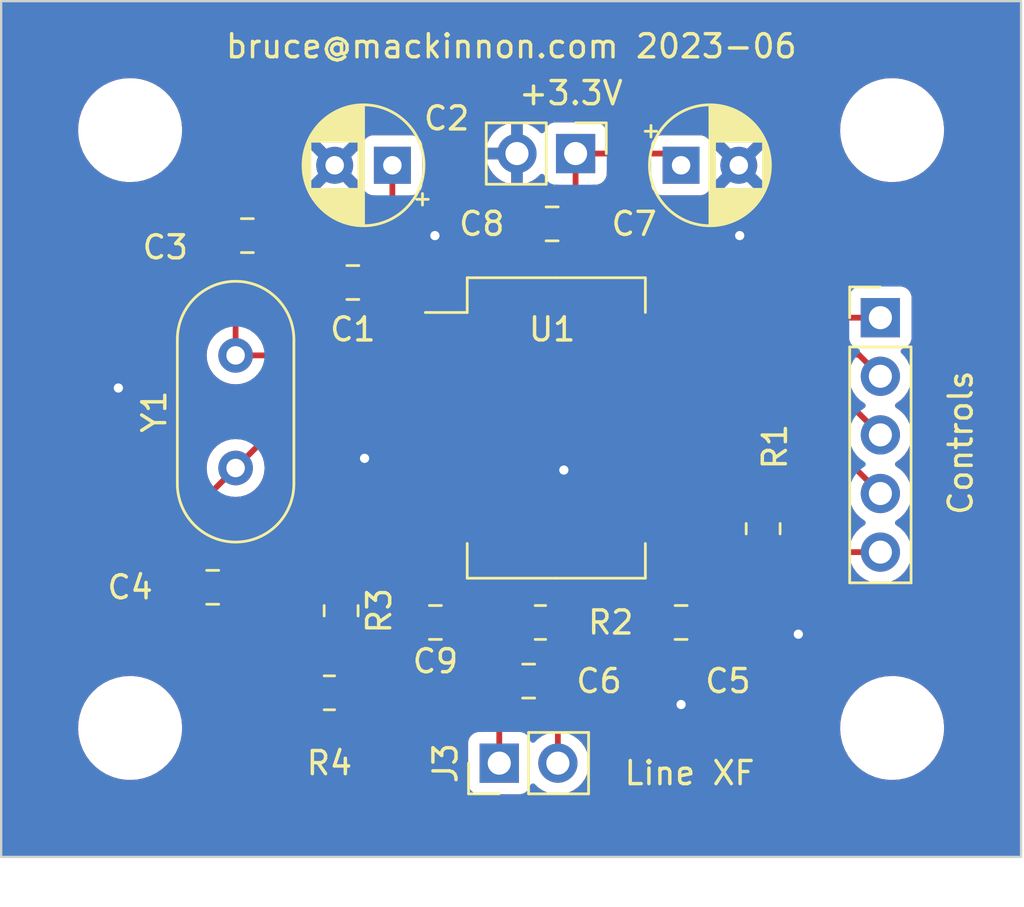
<source format=kicad_pcb>
(kicad_pcb (version 20221018) (generator pcbnew)
  (layers (0 "F.Cu" signal) (31 "B.Cu" signal) (34 "B.Paste" user) (35 "F.Paste" user) (36 "B.SilkS" user "B.Silkscreen") (37 "F.SilkS" user "F.Silkscreen") (38 "B.Mask" user) (39 "F.Mask" user) (44 "Edge.Cuts" user))
  (net 0 "")
  (net 1 "Net-(U1-VDEC)")
  (net 2 "GND")
  (net 3 "Net-(U1-XTALN)")
  (net 4 "Net-(U1-XTAL)")
  (net 5 "Net-(U1-VBIAS)")
  (net 6 "Net-(J3-Pin_1)")
  (net 7 "TXAN")
  (net 8 "Net-(J1-Pin_1)")
  (net 9 "Net-(J1-Pin_2)")
  (net 10 "Net-(J1-Pin_3)")
  (net 11 "Net-(J1-Pin_4)")
  (net 12 "~{IRQ}")
  (net 13 "+3.3V")
  (net 14 "TXA")
  (net 15 "RXAN")
  (net 16 "RXFB")
  (footprint "MountingHole:MountingHole_4mm" (layer "F.Cu") (at 109.728 56.388)
    (fp_text reference "H1" hide)
    (fp_text value "MountingHole")
    (pad "" np_thru_hole circle (at 0 0) (size 4 4) (drill 4) (layers "*.Cu" "*.Mask"))
  )
  (footprint "Resistor_SMD:R_0805_2012Metric_Pad1.20x1.40mm_HandSolder" (layer "F.Cu") (at 118.872 77.216 -90)
    (fp_text reference "R3" (at 0 -1.65 90) (layer "F.SilkS"))
    (fp_text value "100K")
    (fp_line (start -0.227064 -0.735) (end 0.227064 -0.735) (stroke (width 0.12)) (layer "F.SilkS"))
    (fp_line (start -0.227064 0.735) (end 0.227064 0.735) (stroke (width 0.12)) (layer "F.SilkS"))
    (pad "1" smd roundrect (at -1 0 270) (size 1.2 1.4) (layers "F.Cu" "F.Paste" "F.Mask") (roundrect_rratio 0.208333) (net 15 "RXAN"))
    (pad "2" smd roundrect (at 1 0 270) (size 1.2 1.4) (layers "F.Cu" "F.Paste" "F.Mask") (roundrect_rratio 0.208333) (net 16 "RXFB"))
  )
  (footprint "Capacitor_SMD:C_0805_2012Metric_Pad1.18x1.45mm_HandSolder" (layer "F.Cu") (at 114.808 60.96)
    (fp_text reference "C3" (at -3.556 0.508) (layer "F.SilkS"))
    (fp_text value "22pF")
    (fp_line (start -0.261252 -0.735) (end 0.261252 -0.735) (stroke (width 0.12)) (layer "F.SilkS"))
    (fp_line (start -0.261252 0.735) (end 0.261252 0.735) (stroke (width 0.12)) (layer "F.SilkS"))
    (pad "1" smd roundrect (at -1.0375 0) (size 1.175 1.45) (layers "F.Cu" "F.Paste" "F.Mask") (roundrect_rratio 0.212766) (net 3 "Net-(U1-XTALN)"))
    (pad "2" smd roundrect (at 1.0375 0) (size 1.175 1.45) (layers "F.Cu" "F.Paste" "F.Mask") (roundrect_rratio 0.212766) (net 2 "GND"))
  )
  (footprint "MountingHole:MountingHole_4mm" (layer "F.Cu") (at 142.748 56.388)
    (fp_text reference "H4" hide)
    (fp_text value "MountingHole")
    (pad "" np_thru_hole circle (at 0 0) (size 4 4) (drill 4) (layers "*.Cu" "*.Mask"))
  )
  (footprint "Package_SO:SOIC-16W_7.5x12.8mm_P1.27mm" (layer "F.Cu") (at 128.196 69.296)
    (fp_text reference "U1" (at -0.18 -4.272) (layer "F.SilkS"))
    (fp_text value "~")
    (fp_line (start -3.86 -6.51) (end -3.86 -5.005) (stroke (width 0.12)) (layer "F.SilkS"))
    (fp_line (start -3.86 -5.005) (end -5.675 -5.005) (stroke (width 0.12)) (layer "F.SilkS"))
    (fp_line (start -3.86 6.51) (end -3.86 5.005) (stroke (width 0.12)) (layer "F.SilkS"))
    (fp_line (start 0 -6.51) (end -3.86 -6.51) (stroke (width 0.12)) (layer "F.SilkS"))
    (fp_line (start 0 -6.51) (end 3.86 -6.51) (stroke (width 0.12)) (layer "F.SilkS"))
    (fp_line (start 0 6.51) (end -3.86 6.51) (stroke (width 0.12)) (layer "F.SilkS"))
    (fp_line (start 0 6.51) (end 3.86 6.51) (stroke (width 0.12)) (layer "F.SilkS"))
    (fp_line (start 3.86 -6.51) (end 3.86 -5.005) (stroke (width 0.12)) (layer "F.SilkS"))
    (fp_line (start 3.86 6.51) (end 3.86 5.005) (stroke (width 0.12)) (layer "F.SilkS"))
    (pad "1" smd roundrect (at -4.65 -4.445) (size 2.05 0.6) (layers "F.Cu" "F.Paste" "F.Mask") (net 1 "Net-(U1-VDEC)"))
    (pad "2" smd roundrect (at -4.65 -3.175) (size 2.05 0.6) (layers "F.Cu" "F.Paste" "F.Mask") (net 3 "Net-(U1-XTALN)"))
    (pad "3" smd roundrect (at -4.65 -1.905) (size 2.05 0.6) (layers "F.Cu" "F.Paste" "F.Mask") (net 4 "Net-(U1-XTAL)"))
    (pad "4" smd roundrect (at -4.65 -0.635) (size 2.05 0.6) (layers "F.Cu" "F.Paste" "F.Mask") (net 12 "~{IRQ}"))
    (pad "5" smd roundrect (at -4.65 0.635) (size 2.05 0.6) (layers "F.Cu" "F.Paste" "F.Mask") (net 2 "GND"))
    (pad "6" smd roundrect (at -4.65 1.905) (size 2.05 0.6) (layers "F.Cu" "F.Paste" "F.Mask") (net 2 "GND"))
    (pad "7" smd roundrect (at -4.65 3.175) (size 2.05 0.6) (layers "F.Cu" "F.Paste" "F.Mask") (net 15 "RXAN"))
    (pad "8" smd roundrect (at -4.65 4.445) (size 2.05 0.6) (layers "F.Cu" "F.Paste" "F.Mask") (net 16 "RXFB"))
    (pad "9" smd roundrect (at 4.65 4.445) (size 2.05 0.6) (layers "F.Cu" "F.Paste" "F.Mask") (net 5 "Net-(U1-VBIAS)"))
    (pad "10" smd roundrect (at 4.65 3.175) (size 2.05 0.6) (layers "F.Cu" "F.Paste" "F.Mask") (net 7 "TXAN"))
    (pad "11" smd roundrect (at 4.65 1.905) (size 2.05 0.6) (layers "F.Cu" "F.Paste" "F.Mask") (net 14 "TXA"))
    (pad "12" smd roundrect (at 4.65 0.635) (size 2.05 0.6) (layers "F.Cu" "F.Paste" "F.Mask") (net 13 "+3.3V"))
    (pad "13" smd roundrect (at 4.65 -0.635) (size 2.05 0.6) (layers "F.Cu" "F.Paste" "F.Mask") (net 11 "Net-(J1-Pin_4)"))
    (pad "14" smd roundrect (at 4.65 -1.905) (size 2.05 0.6) (layers "F.Cu" "F.Paste" "F.Mask") (net 10 "Net-(J1-Pin_3)"))
    (pad "15" smd roundrect (at 4.65 -3.175) (size 2.05 0.6) (layers "F.Cu" "F.Paste" "F.Mask") (net 9 "Net-(J1-Pin_2)"))
    (pad "16" smd roundrect (at 4.65 -4.445) (size 2.05 0.6) (layers "F.Cu" "F.Paste" "F.Mask") (net 8 "Net-(J1-Pin_1)"))
  )
  (footprint "Connector_PinHeader_2.54mm:PinHeader_1x02_P2.54mm_Vertical" (layer "F.Cu") (at 125.725 83.82 90)
    (fp_text reference "J3" (at 0 -2.33 90) (layer "F.SilkS"))
    (fp_text value "Conn_01x02_Pin")
    (fp_line (start -1.33 -1.33) (end 0 -1.33) (stroke (width 0.12)) (layer "F.SilkS"))
    (fp_line (start -1.33 0) (end -1.33 -1.33) (stroke (width 0.12)) (layer "F.SilkS"))
    (fp_line (start -1.33 1.27) (end -1.33 3.87) (stroke (width 0.12)) (layer "F.SilkS"))
    (fp_line (start -1.33 1.27) (end 1.33 1.27) (stroke (width 0.12)) (layer "F.SilkS"))
    (fp_line (start -1.33 3.87) (end 1.33 3.87) (stroke (width 0.12)) (layer "F.SilkS"))
    (fp_line (start 1.33 1.27) (end 1.33 3.87) (stroke (width 0.12)) (layer "F.SilkS"))
    (pad "1" thru_hole rect (at 0 0 90) (size 1.7 1.7) (drill 1) (layers "*.Cu" "*.Mask") (net 6 "Net-(J3-Pin_1)"))
    (pad "2" thru_hole oval (at 0 2.54 90) (size 1.7 1.7) (drill 1) (layers "*.Cu" "*.Mask") (net 7 "TXAN"))
  )
  (footprint "MountingHole:MountingHole_4mm" (layer "F.Cu") (at 142.748 82.296)
    (fp_text reference "H3" hide)
    (fp_text value "MountingHole")
    (pad "" np_thru_hole circle (at 0 0) (size 4 4) (drill 4) (layers "*.Cu" "*.Mask"))
  )
  (footprint "MountingHole:MountingHole_4mm" (layer "F.Cu") (at 109.728 82.296)
    (fp_text reference "H2" hide)
    (fp_text value "MountingHole")
    (pad "" np_thru_hole circle (at 0 0) (size 4 4) (drill 4) (layers "*.Cu" "*.Mask"))
  )
  (footprint "Capacitor_SMD:C_0805_2012Metric_Pad1.18x1.45mm_HandSolder" (layer "F.Cu") (at 119.38 62.992 180)
    (fp_text reference "C1" (at 0 -2.032) (layer "F.SilkS"))
    (fp_text value "100nF")
    (fp_line (start -0.261252 -0.735) (end 0.261252 -0.735) (stroke (width 0.12)) (layer "F.SilkS"))
    (fp_line (start -0.261252 0.735) (end 0.261252 0.735) (stroke (width 0.12)) (layer "F.SilkS"))
    (pad "1" smd roundrect (at -1.0375 0 180) (size 1.175 1.45) (layers "F.Cu" "F.Paste" "F.Mask") (roundrect_rratio 0.212766) (net 1 "Net-(U1-VDEC)"))
    (pad "2" smd roundrect (at 1.0375 0 180) (size 1.175 1.45) (layers "F.Cu" "F.Paste" "F.Mask") (roundrect_rratio 0.212766) (net 2 "GND"))
  )
  (footprint "Capacitor_THT:CP_Radial_D5.0mm_P2.50mm" (layer "F.Cu") (at 121.093113 57.912 180)
    (fp_text reference "C2" (at -2.350887 2.032 180) (layer "F.SilkS"))
    (fp_text value "10uF")
    (fp_line (start -1.554775 -1.475) (end -1.054775 -1.475) (stroke (width 0.12)) (layer "F.SilkS"))
    (fp_line (start -1.304775 -1.725) (end -1.304775 -1.225) (stroke (width 0.12)) (layer "F.SilkS"))
    (fp_line (start 1.25 -2.58) (end 1.25 2.58) (stroke (width 0.12)) (layer "F.SilkS"))
    (fp_line (start 1.29 -2.58) (end 1.29 2.58) (stroke (width 0.12)) (layer "F.SilkS"))
    (fp_line (start 1.33 -2.579) (end 1.33 2.579) (stroke (width 0.12)) (layer "F.SilkS"))
    (fp_line (start 1.37 -2.578) (end 1.37 2.578) (stroke (width 0.12)) (layer "F.SilkS"))
    (fp_line (start 1.41 -2.576) (end 1.41 2.576) (stroke (width 0.12)) (layer "F.SilkS"))
    (fp_line (start 1.45 -2.573) (end 1.45 2.573) (stroke (width 0.12)) (layer "F.SilkS"))
    (fp_line (start 1.49 -2.569) (end 1.49 -1.04) (stroke (width 0.12)) (layer "F.SilkS"))
    (fp_line (start 1.49 1.04) (end 1.49 2.569) (stroke (width 0.12)) (layer "F.SilkS"))
    (fp_line (start 1.53 -2.565) (end 1.53 -1.04) (stroke (width 0.12)) (layer "F.SilkS"))
    (fp_line (start 1.53 1.04) (end 1.53 2.565) (stroke (width 0.12)) (layer "F.SilkS"))
    (fp_line (start 1.57 -2.561) (end 1.57 -1.04) (stroke (width 0.12)) (layer "F.SilkS"))
    (fp_line (start 1.57 1.04) (end 1.57 2.561) (stroke (width 0.12)) (layer "F.SilkS"))
    (fp_line (start 1.61 -2.556) (end 1.61 -1.04) (stroke (width 0.12)) (layer "F.SilkS"))
    (fp_line (start 1.61 1.04) (end 1.61 2.556) (stroke (width 0.12)) (layer "F.SilkS"))
    (fp_line (start 1.65 -2.55) (end 1.65 -1.04) (stroke (width 0.12)) (layer "F.SilkS"))
    (fp_line (start 1.65 1.04) (end 1.65 2.55) (stroke (width 0.12)) (layer "F.SilkS"))
    (fp_line (start 1.69 -2.543) (end 1.69 -1.04) (stroke (width 0.12)) (layer "F.SilkS"))
    (fp_line (start 1.69 1.04) (end 1.69 2.543) (stroke (width 0.12)) (layer "F.SilkS"))
    (fp_line (start 1.73 -2.536) (end 1.73 -1.04) (stroke (width 0.12)) (layer "F.SilkS"))
    (fp_line (start 1.73 1.04) (end 1.73 2.536) (stroke (width 0.12)) (layer "F.SilkS"))
    (fp_line (start 1.77 -2.528) (end 1.77 -1.04) (stroke (width 0.12)) (layer "F.SilkS"))
    (fp_line (start 1.77 1.04) (end 1.77 2.528) (stroke (width 0.12)) (layer "F.SilkS"))
    (fp_line (start 1.81 -2.52) (end 1.81 -1.04) (stroke (width 0.12)) (layer "F.SilkS"))
    (fp_line (start 1.81 1.04) (end 1.81 2.52) (stroke (width 0.12)) (layer "F.SilkS"))
    (fp_line (start 1.85 -2.511) (end 1.85 -1.04) (stroke (width 0.12)) (layer "F.SilkS"))
    (fp_line (start 1.85 1.04) (end 1.85 2.511) (stroke (width 0.12)) (layer "F.SilkS"))
    (fp_line (start 1.89 -2.501) (end 1.89 -1.04) (stroke (width 0.12)) (layer "F.SilkS"))
    (fp_line (start 1.89 1.04) (end 1.89 2.501) (stroke (width 0.12)) (layer "F.SilkS"))
    (fp_line (start 1.93 -2.491) (end 1.93 -1.04) (stroke (width 0.12)) (layer "F.SilkS"))
    (fp_line (start 1.93 1.04) (end 1.93 2.491) (stroke (width 0.12)) (layer "F.SilkS"))
    (fp_line (start 1.971 -2.48) (end 1.971 -1.04) (stroke (width 0.12)) (layer "F.SilkS"))
    (fp_line (start 1.971 1.04) (end 1.971 2.48) (stroke (width 0.12)) (layer "F.SilkS"))
    (fp_line (start 2.011 -2.468) (end 2.011 -1.04) (stroke (width 0.12)) (layer "F.SilkS"))
    (fp_line (start 2.011 1.04) (end 2.011 2.468) (stroke (width 0.12)) (layer "F.SilkS"))
    (fp_line (start 2.051 -2.455) (end 2.051 -1.04) (stroke (width 0.12)) (layer "F.SilkS"))
    (fp_line (start 2.051 1.04) (end 2.051 2.455) (stroke (width 0.12)) (layer "F.SilkS"))
    (fp_line (start 2.091 -2.442) (end 2.091 -1.04) (stroke (width 0.12)) (layer "F.SilkS"))
    (fp_line (start 2.091 1.04) (end 2.091 2.442) (stroke (width 0.12)) (layer "F.SilkS"))
    (fp_line (start 2.131 -2.428) (end 2.131 -1.04) (stroke (width 0.12)) (layer "F.SilkS"))
    (fp_line (start 2.131 1.04) (end 2.131 2.428) (stroke (width 0.12)) (layer "F.SilkS"))
    (fp_line (start 2.171 -2.414) (end 2.171 -1.04) (stroke (width 0.12)) (layer "F.SilkS"))
    (fp_line (start 2.171 1.04) (end 2.171 2.414) (stroke (width 0.12)) (layer "F.SilkS"))
    (fp_line (start 2.211 -2.398) (end 2.211 -1.04) (stroke (width 0.12)) (layer "F.SilkS"))
    (fp_line (start 2.211 1.04) (end 2.211 2.398) (stroke (width 0.12)) (layer "F.SilkS"))
    (fp_line (start 2.251 -2.382) (end 2.251 -1.04) (stroke (width 0.12)) (layer "F.SilkS"))
    (fp_line (start 2.251 1.04) (end 2.251 2.382) (stroke (width 0.12)) (layer "F.SilkS"))
    (fp_line (start 2.291 -2.365) (end 2.291 -1.04) (stroke (width 0.12)) (layer "F.SilkS"))
    (fp_line (start 2.291 1.04) (end 2.291 2.365) (stroke (width 0.12)) (layer "F.SilkS"))
    (fp_line (start 2.331 -2.348) (end 2.331 -1.04) (stroke (width 0.12)) (layer "F.SilkS"))
    (fp_line (start 2.331 1.04) (end 2.331 2.348) (stroke (width 0.12)) (layer "F.SilkS"))
    (fp_line (start 2.371 -2.329) (end 2.371 -1.04) (stroke (width 0.12)) (layer "F.SilkS"))
    (fp_line (start 2.371 1.04) (end 2.371 2.329) (stroke (width 0.12)) (layer "F.SilkS"))
    (fp_line (start 2.411 -2.31) (end 2.411 -1.04) (stroke (width 0.12)) (layer "F.SilkS"))
    (fp_line (start 2.411 1.04) (end 2.411 2.31) (stroke (width 0.12)) (layer "F.SilkS"))
    (fp_line (start 2.451 -2.29) (end 2.451 -1.04) (stroke (width 0.12)) (layer "F.SilkS"))
    (fp_line (start 2.451 1.04) (end 2.451 2.29) (stroke (width 0.12)) (layer "F.SilkS"))
    (fp_line (start 2.491 -2.268) (end 2.491 -1.04) (stroke (width 0.12)) (layer "F.SilkS"))
    (fp_line (start 2.491 1.04) (end 2.491 2.268) (stroke (width 0.12)) (layer "F.SilkS"))
    (fp_line (start 2.531 -2.247) (end 2.531 -1.04) (stroke (width 0.12)) (layer "F.SilkS"))
    (fp_line (start 2.531 1.04) (end 2.531 2.247) (stroke (width 0.12)) (layer "F.SilkS"))
    (fp_line (start 2.571 -2.224) (end 2.571 -1.04) (stroke (width 0.12)) (layer "F.SilkS"))
    (fp_line (start 2.571 1.04) (end 2.571 2.224) (stroke (width 0.12)) (layer "F.SilkS"))
    (fp_line (start 2.611 -2.2) (end 2.611 -1.04) (stroke (width 0.12)) (layer "F.SilkS"))
    (fp_line (start 2.611 1.04) (end 2.611 2.2) (stroke (width 0.12)) (layer "F.SilkS"))
    (fp_line (start 2.651 -2.175) (end 2.651 -1.04) (stroke (width 0.12)) (layer "F.SilkS"))
    (fp_line (start 2.651 1.04) (end 2.651 2.175) (stroke (width 0.12)) (layer "F.SilkS"))
    (fp_line (start 2.691 -2.149) (end 2.691 -1.04) (stroke (width 0.12)) (layer "F.SilkS"))
    (fp_line (start 2.691 1.04) (end 2.691 2.149) (stroke (width 0.12)) (layer "F.SilkS"))
    (fp_line (start 2.731 -2.122) (end 2.731 -1.04) (stroke (width 0.12)) (layer "F.SilkS"))
    (fp_line (start 2.731 1.04) (end 2.731 2.122) (stroke (width 0.12)) (layer "F.SilkS"))
    (fp_line (start 2.771 -2.095) (end 2.771 -1.04) (stroke (width 0.12)) (layer "F.SilkS"))
    (fp_line (start 2.771 1.04) (end 2.771 2.095) (stroke (width 0.12)) (layer "F.SilkS"))
    (fp_line (start 2.811 -2.065) (end 2.811 -1.04) (stroke (width 0.12)) (layer "F.SilkS"))
    (fp_line (start 2.811 1.04) (end 2.811 2.065) (stroke (width 0.12)) (layer "F.SilkS"))
    (fp_line (start 2.851 -2.035) (end 2.851 -1.04) (stroke (width 0.12)) (layer "F.SilkS"))
    (fp_line (start 2.851 1.04) (end 2.851 2.035) (stroke (width 0.12)) (layer "F.SilkS"))
    (fp_line (start 2.891 -2.004) (end 2.891 -1.04) (stroke (width 0.12)) (layer "F.SilkS"))
    (fp_line (start 2.891 1.04) (end 2.891 2.004) (stroke (width 0.12)) (layer "F.SilkS"))
    (fp_line (start 2.931 -1.971) (end 2.931 -1.04) (stroke (width 0.12)) (layer "F.SilkS"))
    (fp_line (start 2.931 1.04) (end 2.931 1.971) (stroke (width 0.12)) (layer "F.SilkS"))
    (fp_line (start 2.971 -1.937) (end 2.971 -1.04) (stroke (width 0.12)) (layer "F.SilkS"))
    (fp_line (start 2.971 1.04) (end 2.971 1.937) (stroke (width 0.12)) (layer "F.SilkS"))
    (fp_line (start 3.011 -1.901) (end 3.011 -1.04) (stroke (width 0.12)) (layer "F.SilkS"))
    (fp_line (start 3.011 1.04) (end 3.011 1.901) (stroke (width 0.12)) (layer "F.SilkS"))
    (fp_line (start 3.051 -1.864) (end 3.051 -1.04) (stroke (width 0.12)) (layer "F.SilkS"))
    (fp_line (start 3.051 1.04) (end 3.051 1.864) (stroke (width 0.12)) (layer "F.SilkS"))
    (fp_line (start 3.091 -1.826) (end 3.091 -1.04) (stroke (width 0.12)) (layer "F.SilkS"))
    (fp_line (start 3.091 1.04) (end 3.091 1.826) (stroke (width 0.12)) (layer "F.SilkS"))
    (fp_line (start 3.131 -1.785) (end 3.131 -1.04) (stroke (width 0.12)) (layer "F.SilkS"))
    (fp_line (start 3.131 1.04) (end 3.131 1.785) (stroke (width 0.12)) (layer "F.SilkS"))
    (fp_line (start 3.171 -1.743) (end 3.171 -1.04) (stroke (width 0.12)) (layer "F.SilkS"))
    (fp_line (start 3.171 1.04) (end 3.171 1.743) (stroke (width 0.12)) (layer "F.SilkS"))
    (fp_line (start 3.211 -1.699) (end 3.211 -1.04) (stroke (width 0.12)) (layer "F.SilkS"))
    (fp_line (start 3.211 1.04) (end 3.211 1.699) (stroke (width 0.12)) (layer "F.SilkS"))
    (fp_line (start 3.251 -1.653) (end 3.251 -1.04) (stroke (width 0.12)) (layer "F.SilkS"))
    (fp_line (start 3.251 1.04) (end 3.251 1.653) (stroke (width 0.12)) (layer "F.SilkS"))
    (fp_line (start 3.291 -1.605) (end 3.291 -1.04) (stroke (width 0.12)) (layer "F.SilkS"))
    (fp_line (start 3.291 1.04) (end 3.291 1.605) (stroke (width 0.12)) (layer "F.SilkS"))
    (fp_line (start 3.331 -1.554) (end 3.331 -1.04) (stroke (width 0.12)) (layer "F.SilkS"))
    (fp_line (start 3.331 1.04) (end 3.331 1.554) (stroke (width 0.12)) (layer "F.SilkS"))
    (fp_line (start 3.371 -1.5) (end 3.371 -1.04) (stroke (width 0.12)) (layer "F.SilkS"))
    (fp_line (start 3.371 1.04) (end 3.371 1.5) (stroke (width 0.12)) (layer "F.SilkS"))
    (fp_line (start 3.411 -1.443) (end 3.411 -1.04) (stroke (width 0.12)) (layer "F.SilkS"))
    (fp_line (start 3.411 1.04) (end 3.411 1.443) (stroke (width 0.12)) (layer "F.SilkS"))
    (fp_line (start 3.451 -1.383) (end 3.451 -1.04) (stroke (width 0.12)) (layer "F.SilkS"))
    (fp_line (start 3.451 1.04) (end 3.451 1.383) (stroke (width 0.12)) (layer "F.SilkS"))
    (fp_line (start 3.491 -1.319) (end 3.491 -1.04) (stroke (width 0.12)) (layer "F.SilkS"))
    (fp_line (start 3.491 1.04) (end 3.491 1.319) (stroke (width 0.12)) (layer "F.SilkS"))
    (fp_line (start 3.531 -1.251) (end 3.531 -1.04) (stroke (width 0.12)) (layer "F.SilkS"))
    (fp_line (start 3.531 1.04) (end 3.531 1.251) (stroke (width 0.12)) (layer "F.SilkS"))
    (fp_line (start 3.571 -1.178) (end 3.571 1.178) (stroke (width 0.12)) (layer "F.SilkS"))
    (fp_line (start 3.611 -1.098) (end 3.611 1.098) (stroke (width 0.12)) (layer "F.SilkS"))
    (fp_line (start 3.651 -1.011) (end 3.651 1.011) (stroke (width 0.12)) (layer "F.SilkS"))
    (fp_line (start 3.691 -0.915) (end 3.691 0.915) (stroke (width 0.12)) (layer "F.SilkS"))
    (fp_line (start 3.731 -0.805) (end 3.731 0.805) (stroke (width 0.12)) (layer "F.SilkS"))
    (fp_line (start 3.771 -0.677) (end 3.771 0.677) (stroke (width 0.12)) (layer "F.SilkS"))
    (fp_line (start 3.811 -0.518) (end 3.811 0.518) (stroke (width 0.12)) (layer "F.SilkS"))
    (fp_line (start 3.851 -0.284) (end 3.851 0.284) (stroke (width 0.12)) (layer "F.SilkS"))
    (fp_circle (center 1.25 0) (end 3.87 0) (stroke (width 0.12)) (fill none) (layer "F.SilkS"))
    (pad "1" thru_hole rect (at 0 0 180) (size 1.6 1.6) (drill 0.8) (layers "*.Cu" "*.Mask") (net 1 "Net-(U1-VDEC)"))
    (pad "2" thru_hole circle (at 2.5 0 180) (size 1.6 1.6) (drill 0.8) (layers "*.Cu" "*.Mask") (net 2 "GND"))
  )
  (footprint "Capacitor_SMD:C_0805_2012Metric_Pad1.18x1.45mm_HandSolder" (layer "F.Cu") (at 133.604 77.724)
    (fp_text reference "C5" (at 2.032 2.54) (layer "F.SilkS"))
    (fp_text value "100nF")
    (fp_line (start -0.261252 -0.735) (end 0.261252 -0.735) (stroke (width 0.12)) (layer "F.SilkS"))
    (fp_line (start -0.261252 0.735) (end 0.261252 0.735) (stroke (width 0.12)) (layer "F.SilkS"))
    (pad "1" smd roundrect (at -1.0375 0) (size 1.175 1.45) (layers "F.Cu" "F.Paste" "F.Mask") (roundrect_rratio 0.212766) (net 5 "Net-(U1-VBIAS)"))
    (pad "2" smd roundrect (at 1.0375 0) (size 1.175 1.45) (layers "F.Cu" "F.Paste" "F.Mask") (roundrect_rratio 0.212766) (net 2 "GND"))
  )
  (footprint "Connector_PinHeader_2.54mm:PinHeader_1x05_P2.54mm_Vertical" (layer "F.Cu") (at 142.24 64.516)
    (fp_text reference "J1" hide)
    (fp_text value "Conn_01x05_Pin")
    (fp_line (start -1.33 -1.33) (end 0 -1.33) (stroke (width 0.12)) (layer "F.SilkS"))
    (fp_line (start -1.33 0) (end -1.33 -1.33) (stroke (width 0.12)) (layer "F.SilkS"))
    (fp_line (start -1.33 1.27) (end -1.33 11.49) (stroke (width 0.12)) (layer "F.SilkS"))
    (fp_line (start -1.33 1.27) (end 1.33 1.27) (stroke (width 0.12)) (layer "F.SilkS"))
    (fp_line (start -1.33 11.49) (end 1.33 11.49) (stroke (width 0.12)) (layer "F.SilkS"))
    (fp_line (start 1.33 1.27) (end 1.33 11.49) (stroke (width 0.12)) (layer "F.SilkS"))
    (pad "1" thru_hole rect (at 0 0) (size 1.7 1.7) (drill 1) (layers "*.Cu" "*.Mask") (net 8 "Net-(J1-Pin_1)"))
    (pad "2" thru_hole oval (at 0 2.54) (size 1.7 1.7) (drill 1) (layers "*.Cu" "*.Mask") (net 9 "Net-(J1-Pin_2)"))
    (pad "3" thru_hole oval (at 0 5.08) (size 1.7 1.7) (drill 1) (layers "*.Cu" "*.Mask") (net 10 "Net-(J1-Pin_3)"))
    (pad "4" thru_hole oval (at 0 7.62) (size 1.7 1.7) (drill 1) (layers "*.Cu" "*.Mask") (net 11 "Net-(J1-Pin_4)"))
    (pad "5" thru_hole oval (at 0 10.16) (size 1.7 1.7) (drill 1) (layers "*.Cu" "*.Mask") (net 12 "~{IRQ}"))
  )
  (footprint "Resistor_SMD:R_0805_2012Metric_Pad1.20x1.40mm_HandSolder" (layer "F.Cu") (at 118.364 80.772 180)
    (fp_text reference "R4" (at 0 -3.048) (layer "F.SilkS"))
    (fp_text value "100K")
    (fp_line (start -0.227064 -0.735) (end 0.227064 -0.735) (stroke (width 0.12)) (layer "F.SilkS"))
    (fp_line (start -0.227064 0.735) (end 0.227064 0.735) (stroke (width 0.12)) (layer "F.SilkS"))
    (pad "1" smd roundrect (at -1 0 180) (size 1.2 1.4) (layers "F.Cu" "F.Paste" "F.Mask") (roundrect_rratio 0.208333) (net 6 "Net-(J3-Pin_1)"))
    (pad "2" smd roundrect (at 1 0 180) (size 1.2 1.4) (layers "F.Cu" "F.Paste" "F.Mask") (roundrect_rratio 0.208333) (net 15 "RXAN"))
  )
  (footprint "Crystal:Crystal_HC49-U_Vertical" (layer "F.Cu") (at 114.3 71.03 90)
    (fp_text reference "Y1" (at 2.44 -3.525 90) (layer "F.SilkS"))
    (fp_text value "Crystal_Small")
    (fp_line (start -0.685 -2.525) (end 5.565 -2.525) (stroke (width 0.12)) (layer "F.SilkS"))
    (fp_line (start -0.685 2.525) (end 5.565 2.525) (stroke (width 0.12)) (layer "F.SilkS"))
    (fp_arc (start -0.685 2.525) (mid -3.21 0) (end -0.685 -2.525) (stroke (width 0.12)) (layer "F.SilkS"))
    (fp_arc (start 5.565 -2.525) (mid 8.09 0) (end 5.565 2.525) (stroke (width 0.12)) (layer "F.SilkS"))
    (pad "1" thru_hole circle (at 0 0 90) (size 1.5 1.5) (drill 0.8) (layers "*.Cu" "*.Mask") (net 4 "Net-(U1-XTAL)"))
    (pad "2" thru_hole circle (at 4.88 0 90) (size 1.5 1.5) (drill 0.8) (layers "*.Cu" "*.Mask") (net 3 "Net-(U1-XTALN)"))
  )
  (footprint "Connector_PinHeader_2.54mm:PinHeader_1x02_P2.54mm_Vertical" (layer "F.Cu") (at 129.032 57.404 -90)
    (fp_text reference "J2" hide)
    (fp_text value "Conn_01x02_Pin")
    (fp_line (start -1.33 -1.33) (end 0 -1.33) (stroke (width 0.12)) (layer "F.SilkS"))
    (fp_line (start -1.33 0) (end -1.33 -1.33) (stroke (width 0.12)) (layer "F.SilkS"))
    (fp_line (start -1.33 1.27) (end -1.33 3.87) (stroke (width 0.12)) (layer "F.SilkS"))
    (fp_line (start -1.33 1.27) (end 1.33 1.27) (stroke (width 0.12)) (layer "F.SilkS"))
    (fp_line (start -1.33 3.87) (end 1.33 3.87) (stroke (width 0.12)) (layer "F.SilkS"))
    (fp_line (start 1.33 1.27) (end 1.33 3.87) (stroke (width 0.12)) (layer "F.SilkS"))
    (pad "1" thru_hole rect (at 0 0 270) (size 1.7 1.7) (drill 1) (layers "*.Cu" "*.Mask") (net 13 "+3.3V"))
    (pad "2" thru_hole oval (at 0 2.54 270) (size 1.7 1.7) (drill 1) (layers "*.Cu" "*.Mask") (net 2 "GND"))
  )
  (footprint "Capacitor_SMD:C_0805_2012Metric_Pad1.18x1.45mm_HandSolder" (layer "F.Cu") (at 128.016 60.452 180)
    (fp_text reference "C8" (at 3.048 0) (layer "F.SilkS"))
    (fp_text value "100nF")
    (fp_line (start -0.261252 -0.735) (end 0.261252 -0.735) (stroke (width 0.12)) (layer "F.SilkS"))
    (fp_line (start -0.261252 0.735) (end 0.261252 0.735) (stroke (width 0.12)) (layer "F.SilkS"))
    (pad "1" smd roundrect (at -1.0375 0 180) (size 1.175 1.45) (layers "F.Cu" "F.Paste" "F.Mask") (roundrect_rratio 0.212766) (net 13 "+3.3V"))
    (pad "2" smd roundrect (at 1.0375 0 180) (size 1.175 1.45) (layers "F.Cu" "F.Paste" "F.Mask") (roundrect_rratio 0.212766) (net 2 "GND"))
  )
  (footprint "Capacitor_SMD:C_0805_2012Metric_Pad1.18x1.45mm_HandSolder" (layer "F.Cu") (at 122.9575 77.724 180)
    (fp_text reference "C9" (at 0 -1.68) (layer "F.SilkS"))
    (fp_text value "100pF")
    (fp_line (start -0.261252 -0.735) (end 0.261252 -0.735) (stroke (width 0.12)) (layer "F.SilkS"))
    (fp_line (start -0.261252 0.735) (end 0.261252 0.735) (stroke (width 0.12)) (layer "F.SilkS"))
    (pad "1" smd roundrect (at -1.0375 0 180) (size 1.175 1.45) (layers "F.Cu" "F.Paste" "F.Mask") (roundrect_rratio 0.212766) (net 15 "RXAN"))
    (pad "2" smd roundrect (at 1.0375 0 180) (size 1.175 1.45) (layers "F.Cu" "F.Paste" "F.Mask") (roundrect_rratio 0.212766) (net 16 "RXFB"))
  )
  (footprint "Capacitor_SMD:C_0805_2012Metric_Pad1.18x1.45mm_HandSolder" (layer "F.Cu") (at 127 80.264)
    (fp_text reference "C6" (at 3.048 0) (layer "F.SilkS"))
    (fp_text value "33nF")
    (fp_line (start -0.261252 -0.735) (end 0.261252 -0.735) (stroke (width 0.12)) (layer "F.SilkS"))
    (fp_line (start -0.261252 0.735) (end 0.261252 0.735) (stroke (width 0.12)) (layer "F.SilkS"))
    (pad "1" smd roundrect (at -1.0375 0) (size 1.175 1.45) (layers "F.Cu" "F.Paste" "F.Mask") (roundrect_rratio 0.212766) (net 6 "Net-(J3-Pin_1)"))
    (pad "2" smd roundrect (at 1.0375 0) (size 1.175 1.45) (layers "F.Cu" "F.Paste" "F.Mask") (roundrect_rratio 0.212766) (net 7 "TXAN"))
  )
  (footprint "Capacitor_SMD:C_0805_2012Metric_Pad1.18x1.45mm_HandSolder" (layer "F.Cu") (at 113.3055 76.2)
    (fp_text reference "C4" (at -3.5775 0) (layer "F.SilkS"))
    (fp_text value "22pF")
    (fp_line (start -0.261252 -0.735) (end 0.261252 -0.735) (stroke (width 0.12)) (layer "F.SilkS"))
    (fp_line (start -0.261252 0.735) (end 0.261252 0.735) (stroke (width 0.12)) (layer "F.SilkS"))
    (pad "1" smd roundrect (at -1.0375 0) (size 1.175 1.45) (layers "F.Cu" "F.Paste" "F.Mask") (roundrect_rratio 0.212766) (net 4 "Net-(U1-XTAL)"))
    (pad "2" smd roundrect (at 1.0375 0) (size 1.175 1.45) (layers "F.Cu" "F.Paste" "F.Mask") (roundrect_rratio 0.212766) (net 2 "GND"))
  )
  (footprint "Resistor_SMD:R_0805_2012Metric_Pad1.20x1.40mm_HandSolder" (layer "F.Cu") (at 137.16 73.66 -90)
    (fp_text reference "R1" (at -3.556 -0.508 90) (layer "F.SilkS"))
    (fp_text value "68K")
    (fp_line (start -0.227064 -0.735) (end 0.227064 -0.735) (stroke (width 0.12)) (layer "F.SilkS"))
    (fp_line (start -0.227064 0.735) (end 0.227064 0.735) (stroke (width 0.12)) (layer "F.SilkS"))
    (pad "1" smd roundrect (at -1 0 270) (size 1.2 1.4) (layers "F.Cu" "F.Paste" "F.Mask") (roundrect_rratio 0.208333) (net 13 "+3.3V"))
    (pad "2" smd roundrect (at 1 0 270) (size 1.2 1.4) (layers "F.Cu" "F.Paste" "F.Mask") (roundrect_rratio 0.208333) (net 12 "~{IRQ}"))
  )
  (footprint "Capacitor_THT:CP_Radial_D5.0mm_P2.50mm" (layer "F.Cu") (at 133.604 57.912)
    (fp_text reference "C7" (at -2.032 2.54) (layer "F.SilkS"))
    (fp_text value "10uF")
    (fp_line (start -1.554775 -1.475) (end -1.054775 -1.475) (stroke (width 0.12)) (layer "F.SilkS"))
    (fp_line (start -1.304775 -1.725) (end -1.304775 -1.225) (stroke (width 0.12)) (layer "F.SilkS"))
    (fp_line (start 1.25 -2.58) (end 1.25 2.58) (stroke (width 0.12)) (layer "F.SilkS"))
    (fp_line (start 1.29 -2.58) (end 1.29 2.58) (stroke (width 0.12)) (layer "F.SilkS"))
    (fp_line (start 1.33 -2.579) (end 1.33 2.579) (stroke (width 0.12)) (layer "F.SilkS"))
    (fp_line (start 1.37 -2.578) (end 1.37 2.578) (stroke (width 0.12)) (layer "F.SilkS"))
    (fp_line (start 1.41 -2.576) (end 1.41 2.576) (stroke (width 0.12)) (layer "F.SilkS"))
    (fp_line (start 1.45 -2.573) (end 1.45 2.573) (stroke (width 0.12)) (layer "F.SilkS"))
    (fp_line (start 1.49 -2.569) (end 1.49 -1.04) (stroke (width 0.12)) (layer "F.SilkS"))
    (fp_line (start 1.49 1.04) (end 1.49 2.569) (stroke (width 0.12)) (layer "F.SilkS"))
    (fp_line (start 1.53 -2.565) (end 1.53 -1.04) (stroke (width 0.12)) (layer "F.SilkS"))
    (fp_line (start 1.53 1.04) (end 1.53 2.565) (stroke (width 0.12)) (layer "F.SilkS"))
    (fp_line (start 1.57 -2.561) (end 1.57 -1.04) (stroke (width 0.12)) (layer "F.SilkS"))
    (fp_line (start 1.57 1.04) (end 1.57 2.561) (stroke (width 0.12)) (layer "F.SilkS"))
    (fp_line (start 1.61 -2.556) (end 1.61 -1.04) (stroke (width 0.12)) (layer "F.SilkS"))
    (fp_line (start 1.61 1.04) (end 1.61 2.556) (stroke (width 0.12)) (layer "F.SilkS"))
    (fp_line (start 1.65 -2.55) (end 1.65 -1.04) (stroke (width 0.12)) (layer "F.SilkS"))
    (fp_line (start 1.65 1.04) (end 1.65 2.55) (stroke (width 0.12)) (layer "F.SilkS"))
    (fp_line (start 1.69 -2.543) (end 1.69 -1.04) (stroke (width 0.12)) (layer "F.SilkS"))
    (fp_line (start 1.69 1.04) (end 1.69 2.543) (stroke (width 0.12)) (layer "F.SilkS"))
    (fp_line (start 1.73 -2.536) (end 1.73 -1.04) (stroke (width 0.12)) (layer "F.SilkS"))
    (fp_line (start 1.73 1.04) (end 1.73 2.536) (stroke (width 0.12)) (layer "F.SilkS"))
    (fp_line (start 1.77 -2.528) (end 1.77 -1.04) (stroke (width 0.12)) (layer "F.SilkS"))
    (fp_line (start 1.77 1.04) (end 1.77 2.528) (stroke (width 0.12)) (layer "F.SilkS"))
    (fp_line (start 1.81 -2.52) (end 1.81 -1.04) (stroke (width 0.12)) (layer "F.SilkS"))
    (fp_line (start 1.81 1.04) (end 1.81 2.52) (stroke (width 0.12)) (layer "F.SilkS"))
    (fp_line (start 1.85 -2.511) (end 1.85 -1.04) (stroke (width 0.12)) (layer "F.SilkS"))
    (fp_line (start 1.85 1.04) (end 1.85 2.511) (stroke (width 0.12)) (layer "F.SilkS"))
    (fp_line (start 1.89 -2.501) (end 1.89 -1.04) (stroke (width 0.12)) (layer "F.SilkS"))
    (fp_line (start 1.89 1.04) (end 1.89 2.501) (stroke (width 0.12)) (layer "F.SilkS"))
    (fp_line (start 1.93 -2.491) (end 1.93 -1.04) (stroke (width 0.12)) (layer "F.SilkS"))
    (fp_line (start 1.93 1.04) (end 1.93 2.491) (stroke (width 0.12)) (layer "F.SilkS"))
    (fp_line (start 1.971 -2.48) (end 1.971 -1.04) (stroke (width 0.12)) (layer "F.SilkS"))
    (fp_line (start 1.971 1.04) (end 1.971 2.48) (stroke (width 0.12)) (layer "F.SilkS"))
    (fp_line (start 2.011 -2.468) (end 2.011 -1.04) (stroke (width 0.12)) (layer "F.SilkS"))
    (fp_line (start 2.011 1.04) (end 2.011 2.468) (stroke (width 0.12)) (layer "F.SilkS"))
    (fp_line (start 2.051 -2.455) (end 2.051 -1.04) (stroke (width 0.12)) (layer "F.SilkS"))
    (fp_line (start 2.051 1.04) (end 2.051 2.455) (stroke (width 0.12)) (layer "F.SilkS"))
    (fp_line (start 2.091 -2.442) (end 2.091 -1.04) (stroke (width 0.12)) (layer "F.SilkS"))
    (fp_line (start 2.091 1.04) (end 2.091 2.442) (stroke (width 0.12)) (layer "F.SilkS"))
    (fp_line (start 2.131 -2.428) (end 2.131 -1.04) (stroke (width 0.12)) (layer "F.SilkS"))
    (fp_line (start 2.131 1.04) (end 2.131 2.428) (stroke (width 0.12)) (layer "F.SilkS"))
    (fp_line (start 2.171 -2.414) (end 2.171 -1.04) (stroke (width 0.12)) (layer "F.SilkS"))
    (fp_line (start 2.171 1.04) (end 2.171 2.414) (stroke (width 0.12)) (layer "F.SilkS"))
    (fp_line (start 2.211 -2.398) (end 2.211 -1.04) (stroke (width 0.12)) (layer "F.SilkS"))
    (fp_line (start 2.211 1.04) (end 2.211 2.398) (stroke (width 0.12)) (layer "F.SilkS"))
    (fp_line (start 2.251 -2.382) (end 2.251 -1.04) (stroke (width 0.12)) (layer "F.SilkS"))
    (fp_line (start 2.251 1.04) (end 2.251 2.382) (stroke (width 0.12)) (layer "F.SilkS"))
    (fp_line (start 2.291 -2.365) (end 2.291 -1.04) (stroke (width 0.12)) (layer "F.SilkS"))
    (fp_line (start 2.291 1.04) (end 2.291 2.365) (stroke (width 0.12)) (layer "F.SilkS"))
    (fp_line (start 2.331 -2.348) (end 2.331 -1.04) (stroke (width 0.12)) (layer "F.SilkS"))
    (fp_line (start 2.331 1.04) (end 2.331 2.348) (stroke (width 0.12)) (layer "F.SilkS"))
    (fp_line (start 2.371 -2.329) (end 2.371 -1.04) (stroke (width 0.12)) (layer "F.SilkS"))
    (fp_line (start 2.371 1.04) (end 2.371 2.329) (stroke (width 0.12)) (layer "F.SilkS"))
    (fp_line (start 2.411 -2.31) (end 2.411 -1.04) (stroke (width 0.12)) (layer "F.SilkS"))
    (fp_line (start 2.411 1.04) (end 2.411 2.31) (stroke (width 0.12)) (layer "F.SilkS"))
    (fp_line (start 2.451 -2.29) (end 2.451 -1.04) (stroke (width 0.12)) (layer "F.SilkS"))
    (fp_line (start 2.451 1.04) (end 2.451 2.29) (stroke (width 0.12)) (layer "F.SilkS"))
    (fp_line (start 2.491 -2.268) (end 2.491 -1.04) (stroke (width 0.12)) (layer "F.SilkS"))
    (fp_line (start 2.491 1.04) (end 2.491 2.268) (stroke (width 0.12)) (layer "F.SilkS"))
    (fp_line (start 2.531 -2.247) (end 2.531 -1.04) (stroke (width 0.12)) (layer "F.SilkS"))
    (fp_line (start 2.531 1.04) (end 2.531 2.247) (stroke (width 0.12)) (layer "F.SilkS"))
    (fp_line (start 2.571 -2.224) (end 2.571 -1.04) (stroke (width 0.12)) (layer "F.SilkS"))
    (fp_line (start 2.571 1.04) (end 2.571 2.224) (stroke (width 0.12)) (layer "F.SilkS"))
    (fp_line (start 2.611 -2.2) (end 2.611 -1.04) (stroke (width 0.12)) (layer "F.SilkS"))
    (fp_line (start 2.611 1.04) (end 2.611 2.2) (stroke (width 0.12)) (layer "F.SilkS"))
    (fp_line (start 2.651 -2.175) (end 2.651 -1.04) (stroke (width 0.12)) (layer "F.SilkS"))
    (fp_line (start 2.651 1.04) (end 2.651 2.175) (stroke (width 0.12)) (layer "F.SilkS"))
    (fp_line (start 2.691 -2.149) (end 2.691 -1.04) (stroke (width 0.12)) (layer "F.SilkS"))
    (fp_line (start 2.691 1.04) (end 2.691 2.149) (stroke (width 0.12)) (layer "F.SilkS"))
    (fp_line (start 2.731 -2.122) (end 2.731 -1.04) (stroke (width 0.12)) (layer "F.SilkS"))
    (fp_line (start 2.731 1.04) (end 2.731 2.122) (stroke (width 0.12)) (layer "F.SilkS"))
    (fp_line (start 2.771 -2.095) (end 2.771 -1.04) (stroke (width 0.12)) (layer "F.SilkS"))
    (fp_line (start 2.771 1.04) (end 2.771 2.095) (stroke (width 0.12)) (layer "F.SilkS"))
    (fp_line (start 2.811 -2.065) (end 2.811 -1.04) (stroke (width 0.12)) (layer "F.SilkS"))
    (fp_line (start 2.811 1.04) (end 2.811 2.065) (stroke (width 0.12)) (layer "F.SilkS"))
    (fp_line (start 2.851 -2.035) (end 2.851 -1.04) (stroke (width 0.12)) (layer "F.SilkS"))
    (fp_line (start 2.851 1.04) (end 2.851 2.035) (stroke (width 0.12)) (layer "F.SilkS"))
    (fp_line (start 2.891 -2.004) (end 2.891 -1.04) (stroke (width 0.12)) (layer "F.SilkS"))
    (fp_line (start 2.891 1.04) (end 2.891 2.004) (stroke (width 0.12)) (layer "F.SilkS"))
    (fp_line (start 2.931 -1.971) (end 2.931 -1.04) (stroke (width 0.12)) (layer "F.SilkS"))
    (fp_line (start 2.931 1.04) (end 2.931 1.971) (stroke (width 0.12)) (layer "F.SilkS"))
    (fp_line (start 2.971 -1.937) (end 2.971 -1.04) (stroke (width 0.12)) (layer "F.SilkS"))
    (fp_line (start 2.971 1.04) (end 2.971 1.937) (stroke (width 0.12)) (layer "F.SilkS"))
    (fp_line (start 3.011 -1.901) (end 3.011 -1.04) (stroke (width 0.12)) (layer "F.SilkS"))
    (fp_line (start 3.011 1.04) (end 3.011 1.901) (stroke (width 0.12)) (layer "F.SilkS"))
    (fp_line (start 3.051 -1.864) (end 3.051 -1.04) (stroke (width 0.12)) (layer "F.SilkS"))
    (fp_line (start 3.051 1.04) (end 3.051 1.864) (stroke (width 0.12)) (layer "F.SilkS"))
    (fp_line (start 3.091 -1.826) (end 3.091 -1.04) (stroke (width 0.12)) (layer "F.SilkS"))
    (fp_line (start 3.091 1.04) (end 3.091 1.826) (stroke (width 0.12)) (layer "F.SilkS"))
    (fp_line (start 3.131 -1.785) (end 3.131 -1.04) (stroke (width 0.12)) (layer "F.SilkS"))
    (fp_line (start 3.131 1.04) (end 3.131 1.785) (stroke (width 0.12)) (layer "F.SilkS"))
    (fp_line (start 3.171 -1.743) (end 3.171 -1.04) (stroke (width 0.12)) (layer "F.SilkS"))
    (fp_line (start 3.171 1.04) (end 3.171 1.743) (stroke (width 0.12)) (layer "F.SilkS"))
    (fp_line (start 3.211 -1.699) (end 3.211 -1.04) (stroke (width 0.12)) (layer "F.SilkS"))
    (fp_line (start 3.211 1.04) (end 3.211 1.699) (stroke (width 0.12)) (layer "F.SilkS"))
    (fp_line (start 3.251 -1.653) (end 3.251 -1.04) (stroke (width 0.12)) (layer "F.SilkS"))
    (fp_line (start 3.251 1.04) (end 3.251 1.653) (stroke (width 0.12)) (layer "F.SilkS"))
    (fp_line (start 3.291 -1.605) (end 3.291 -1.04) (stroke (width 0.12)) (layer "F.SilkS"))
    (fp_line (start 3.291 1.04) (end 3.291 1.605) (stroke (width 0.12)) (layer "F.SilkS"))
    (fp_line (start 3.331 -1.554) (end 3.331 -1.04) (stroke (width 0.12)) (layer "F.SilkS"))
    (fp_line (start 3.331 1.04) (end 3.331 1.554) (stroke (width 0.12)) (layer "F.SilkS"))
    (fp_line (start 3.371 -1.5) (end 3.371 -1.04) (stroke (width 0.12)) (layer "F.SilkS"))
    (fp_line (start 3.371 1.04) (end 3.371 1.5) (stroke (width 0.12)) (layer "F.SilkS"))
    (fp_line (start 3.411 -1.443) (end 3.411 -1.04) (stroke (width 0.12)) (layer "F.SilkS"))
    (fp_line (start 3.411 1.04) (end 3.411 1.443) (stroke (width 0.12)) (layer "F.SilkS"))
    (fp_line (start 3.451 -1.383) (end 3.451 -1.04) (stroke (width 0.12)) (layer "F.SilkS"))
    (fp_line (start 3.451 1.04) (end 3.451 1.383) (stroke (width 0.12)) (layer "F.SilkS"))
    (fp_line (start 3.491 -1.319) (end 3.491 -1.04) (stroke (width 0.12)) (layer "F.SilkS"))
    (fp_line (start 3.491 1.04) (end 3.491 1.319) (stroke (width 0.12)) (layer "F.SilkS"))
    (fp_line (start 3.531 -1.251) (end 3.531 -1.04) (stroke (width 0.12)) (layer "F.SilkS"))
    (fp_line (start 3.531 1.04) (end 3.531 1.251) (stroke (width 0.12)) (layer "F.SilkS"))
    (fp_line (start 3.571 -1.178) (end 3.571 1.178) (stroke (width 0.12)) (layer "F.SilkS"))
    (fp_line (start 3.611 -1.098) (end 3.611 1.098) (stroke (width 0.12)) (layer "F.SilkS"))
    (fp_line (start 3.651 -1.011) (end 3.651 1.011) (stroke (width 0.12)) (layer "F.SilkS"))
    (fp_line (start 3.691 -0.915) (end 3.691 0.915) (stroke (width 0.12)) (layer "F.SilkS"))
    (fp_line (start 3.731 -0.805) (end 3.731 0.805) (stroke (width 0.12)) (layer "F.SilkS"))
    (fp_line (start 3.771 -0.677) (end 3.771 0.677) (stroke (width 0.12)) (layer "F.SilkS"))
    (fp_line (start 3.811 -0.518) (end 3.811 0.518) (stroke (width 0.12)) (layer "F.SilkS"))
    (fp_line (start 3.851 -0.284) (end 3.851 0.284) (stroke (width 0.12)) (layer "F.SilkS"))
    (fp_circle (center 1.25 0) (end 3.87 0) (stroke (width 0.12)) (fill none) (layer "F.SilkS"))
    (pad "1" thru_hole rect (at 0 0) (size 1.6 1.6) (drill 0.8) (layers "*.Cu" "*.Mask") (net 13 "+3.3V"))
    (pad "2" thru_hole circle (at 2.5 0) (size 1.6 1.6) (drill 0.8) (layers "*.Cu" "*.Mask") (net 2 "GND"))
  )
  (footprint "Resistor_SMD:R_0805_2012Metric_Pad1.20x1.40mm_HandSolder" (layer "F.Cu") (at 127.508 77.724 180)
    (fp_text reference "R2" (at -3.048 0) (layer "F.SilkS"))
    (fp_text value "680")
    (fp_line (start -0.227064 -0.735) (end 0.227064 -0.735) (stroke (width 0.12)) (layer "F.SilkS"))
    (fp_line (start -0.227064 0.735) (end 0.227064 0.735) (stroke (width 0.12)) (layer "F.SilkS"))
    (pad "1" smd roundrect (at -1 0 180) (size 1.2 1.4) (layers "F.Cu" "F.Paste" "F.Mask") (roundrect_rratio 0.208333) (net 14 "TXA"))
    (pad "2" smd roundrect (at 1 0 180) (size 1.2 1.4) (layers "F.Cu" "F.Paste" "F.Mask") (roundrect_rratio 0.208333) (net 6 "Net-(J3-Pin_1)"))
  )
  (gr_rect (start 104.14 50.8) (end 148.336 87.884) (stroke (width 0.1)) (fill none) (layer "Edge.Cuts"))
  (gr_text "Line XF" (at 131.064 84.836) (layer "F.SilkS") (effects (font (size 1 1)) (justify left bottom)))
  (gr_text "bruce@mackinnon.com 2023-06" (at 113.792 53.34) (layer "F.SilkS") (effects (font (size 1 1)) (justify left bottom)))
  (gr_text "+3.3V" (at 126.492 55.372) (layer "F.SilkS") (effects (font (size 1 1)) (justify left bottom)))
  (gr_text "Controls" (at 146.304 73.152 90) (layer "F.SilkS") (effects (font (size 1 1)) (justify left bottom)))
  (segment (start 121.687 62.992) (end 123.546 64.851) (width 0.25) (layer "F.Cu") (net 1))
  (segment (start 121.093113 62.316387) (end 121.093113 57.912) (width 0.25) (layer "F.Cu") (net 1))
  (segment (start 120.4175 62.992) (end 121.093113 62.316387) (width 0.25) (layer "F.Cu") (net 1))
  (segment (start 120.4175 62.992) (end 121.687 62.992) (width 0.25) (layer "F.Cu") (net 1))
  (via (at 133.604 81.28) (size 0.8) (drill 0.4) (layers "F.Cu" "B.Cu") (net 2))
  (via (at 122.936 60.96) (size 0.8) (drill 0.4) (layers "F.Cu" "B.Cu") (net 2))
  (via (at 128.524 71.12) (size 0.8) (drill 0.4) (layers "F.Cu" "B.Cu") (net 2))
  (via (at 119.888 70.612) (size 0.8) (drill 0.4) (layers "F.Cu" "B.Cu") (net 2))
  (via (at 138.684 78.232) (size 0.8) (drill 0.4) (layers "F.Cu" "B.Cu") (net 2))
  (via (at 136.144 60.96) (size 0.8) (drill 0.4) (layers "F.Cu" "B.Cu") (net 2))
  (via (at 109.22 67.564) (size 0.8) (drill 0.4) (layers "F.Cu" "B.Cu") (net 2))
  (segment (start 113.7705 62.4625) (end 113.7705 60.96) (width 0.25) (layer "F.Cu") (net 3))
  (segment (start 114.3 62.992) (end 113.7705 62.4625) (width 0.25) (layer "F.Cu") (net 3))
  (segment (start 123.517 66.15) (end 123.546 66.121) (width 0.25) (layer "F.Cu") (net 3))
  (segment (start 114.3 66.15) (end 123.517 66.15) (width 0.25) (layer "F.Cu") (net 3))
  (segment (start 114.3 66.15) (end 114.3 62.992) (width 0.25) (layer "F.Cu") (net 3))
  (segment (start 114.3 71.03) (end 117.939 67.391) (width 0.25) (layer "F.Cu") (net 4))
  (segment (start 117.939 67.391) (end 123.546 67.391) (width 0.25) (layer "F.Cu") (net 4))
  (segment (start 114.3 71.03) (end 112.268 73.062) (width 0.25) (layer "F.Cu") (net 4))
  (segment (start 112.268 73.062) (end 112.268 76.2) (width 0.25) (layer "F.Cu") (net 4))
  (segment (start 132.846 77.4445) (end 132.5665 77.724) (width 0.25) (layer "F.Cu") (net 5))
  (segment (start 132.846 73.741) (end 132.846 77.4445) (width 0.25) (layer "F.Cu") (net 5))
  (segment (start 126.508 77.724) (end 126.508 79.7185) (width 0.25) (layer "F.Cu") (net 6))
  (segment (start 119.364 80.772) (end 125.4545 80.772) (width 0.25) (layer "F.Cu") (net 6))
  (segment (start 126.508 79.7185) (end 125.9625 80.264) (width 0.25) (layer "F.Cu") (net 6))
  (segment (start 125.725 80.5015) (end 125.9625 80.264) (width 0.25) (layer "F.Cu") (net 6))
  (segment (start 125.4545 80.772) (end 125.9625 80.264) (width 0.25) (layer "F.Cu") (net 6))
  (segment (start 125.725 83.82) (end 125.725 80.5015) (width 0.25) (layer "F.Cu") (net 6))
  (segment (start 128.0375 80.264) (end 128.265 80.4915) (width 0.25) (layer "F.Cu") (net 7))
  (segment (start 128.265 80.4915) (end 128.265 83.82) (width 0.25) (layer "F.Cu") (net 7))
  (segment (start 131.496 72.760645) (end 131.785645 72.471) (width 0.25) (layer "F.Cu") (net 7))
  (segment (start 128.0375 80.264) (end 131.496 76.8055) (width 0.25) (layer "F.Cu") (net 7))
  (segment (start 131.496 76.8055) (end 131.496 72.760645) (width 0.25) (layer "F.Cu") (net 7))
  (segment (start 131.785645 72.471) (end 132.846 72.471) (width 0.25) (layer "F.Cu") (net 7))
  (segment (start 133.181 64.516) (end 142.24 64.516) (width 0.25) (layer "F.Cu") (net 8))
  (segment (start 132.846 64.851) (end 133.181 64.516) (width 0.25) (layer "F.Cu") (net 8))
  (segment (start 141.305 66.121) (end 142.24 67.056) (width 0.25) (layer "F.Cu") (net 9))
  (segment (start 132.846 66.121) (end 141.305 66.121) (width 0.25) (layer "F.Cu") (net 9))
  (segment (start 140.035 67.391) (end 142.24 69.596) (width 0.25) (layer "F.Cu") (net 10))
  (segment (start 132.846 67.391) (end 140.035 67.391) (width 0.25) (layer "F.Cu") (net 10))
  (segment (start 132.846 68.661) (end 138.765 68.661) (width 0.25) (layer "F.Cu") (net 11))
  (segment (start 138.765 68.661) (end 142.24 72.136) (width 0.25) (layer "F.Cu") (net 11))
  (segment (start 137.16 74.66) (end 137.176 74.676) (width 0.25) (layer "F.Cu") (net 12))
  (segment (start 131.794249 70.576) (end 133.917751 70.576) (width 0.25) (layer "F.Cu") (net 12))
  (segment (start 135.636 73.136) (end 137.16 74.66) (width 0.25) (layer "F.Cu") (net 12))
  (segment (start 123.546 68.661) (end 129.879249 68.661) (width 0.25) (layer "F.Cu") (net 12))
  (segment (start 137.176 74.676) (end 142.24 74.676) (width 0.25) (layer "F.Cu") (net 12))
  (segment (start 129.879249 68.661) (end 131.794249 70.576) (width 0.25) (layer "F.Cu") (net 12))
  (segment (start 135.636 72.294249) (end 135.636 73.136) (width 0.25) (layer "F.Cu") (net 12))
  (segment (start 133.917751 70.576) (end 135.636 72.294249) (width 0.25) (layer "F.Cu") (net 12))
  (segment (start 129.032 60.4305) (end 129.032 57.404) (width 0.25) (layer "F.Cu") (net 13))
  (segment (start 129.0535 60.452) (end 129.032 60.4305) (width 0.25) (layer "F.Cu") (net 13))
  (segment (start 133.096 57.404) (end 133.604 57.912) (width 0.25) (layer "F.Cu") (net 13))
  (segment (start 132.415 69.931) (end 129.0535 66.5695) (width 0.25) (layer "F.Cu") (net 13))
  (segment (start 132.846 69.931) (end 134.431 69.931) (width 0.25) (layer "F.Cu") (net 13))
  (segment (start 129.0535 66.5695) (end 129.0535 60.452) (width 0.25) (layer "F.Cu") (net 13))
  (segment (start 129.032 57.404) (end 133.096 57.404) (width 0.25) (layer "F.Cu") (net 13))
  (segment (start 134.431 69.931) (end 137.16 72.66) (width 0.25) (layer "F.Cu") (net 13))
  (segment (start 132.846 69.931) (end 132.415 69.931) (width 0.25) (layer "F.Cu") (net 13))
  (segment (start 128.508 75.112249) (end 132.419249 71.201) (width 0.25) (layer "F.Cu") (net 14))
  (segment (start 128.508 77.724) (end 128.508 75.112249) (width 0.25) (layer "F.Cu") (net 14))
  (segment (start 132.419249 71.201) (end 132.846 71.201) (width 0.25) (layer "F.Cu") (net 14))
  (segment (start 122.617 72.471) (end 118.872 76.216) (width 0.25) (layer "F.Cu") (net 15))
  (segment (start 124.896 73.394249) (end 124.896 76.823) (width 0.25) (layer "F.Cu") (net 15))
  (segment (start 118.872 76.216) (end 117.364 77.724) (width 0.25) (layer "F.Cu") (net 15))
  (segment (start 123.546 72.471) (end 122.617 72.471) (width 0.25) (layer "F.Cu") (net 15))
  (segment (start 117.364 77.724) (end 117.364 80.772) (width 0.25) (layer "F.Cu") (net 15))
  (segment (start 124.896 76.823) (end 123.995 77.724) (width 0.25) (layer "F.Cu") (net 15))
  (segment (start 123.546 72.471) (end 123.972751 72.471) (width 0.25) (layer "F.Cu") (net 15))
  (segment (start 123.972751 72.471) (end 124.896 73.394249) (width 0.25) (layer "F.Cu") (net 15))
  (segment (start 118.872 78.216) (end 121.283604 78.216) (width 0.25) (layer "F.Cu") (net 16))
  (segment (start 121.283604 78.216) (end 121.847802 77.651802) (width 0.25) (layer "F.Cu") (net 16))
  (segment (start 123.347 73.741) (end 118.872 78.216) (width 0.25) (layer "F.Cu") (net 16))
  (segment (start 123.546 73.741) (end 123.347 73.741) (width 0.25) (layer "F.Cu") (net 16))
  (zone (net 2) (net_name "GND") (layer "F.Cu") (priority 1) (connect_pads (clearance 0.5)) (min_thickness 0.25) (fill yes (thermal_gap 0.5) (thermal_bridge_width 0.5))
    (polygon (pts (xy 104.14 50.8) (xy 104.14 87.884) (xy 148.336 87.884) (xy 148.336 50.8)))
  )
  (zone (net 2) (net_name "GND") (layer "B.Cu") (connect_pads (clearance 0.5)) (min_thickness 0.25) (fill yes (thermal_gap 0.5) (thermal_bridge_width 0.5))
    (polygon (pts (xy 104.14 50.8) (xy 104.14 87.884) (xy 148.336 87.884) (xy 148.336 50.8)))
  )
)
</source>
